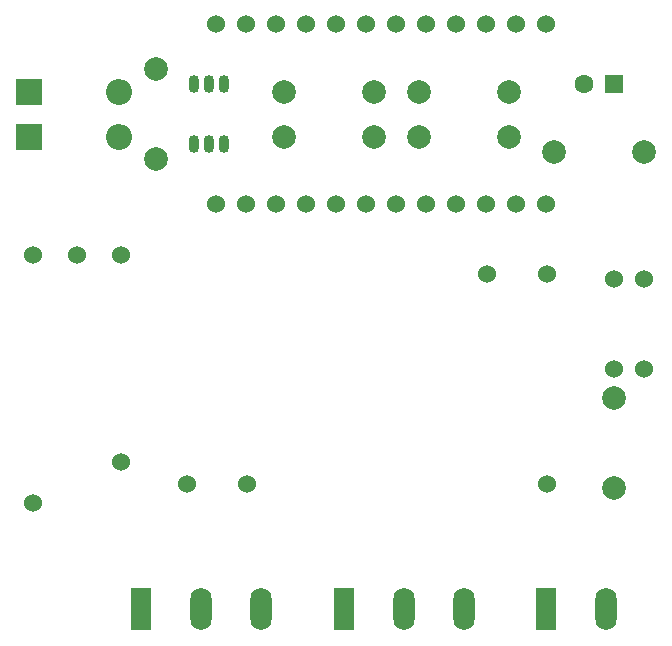
<source format=gtl>
G04 #@! TF.FileFunction,Copper,L1,Top,Signal*
%FSLAX46Y46*%
G04 Gerber Fmt 4.6, Leading zero omitted, Abs format (unit mm)*
G04 Created by KiCad (PCBNEW 4.0.6) date Thursday, 20 April 2017 'à' 13:37:36*
%MOMM*%
%LPD*%
G01*
G04 APERTURE LIST*
%ADD10C,0.100000*%
%ADD11C,1.524000*%
%ADD12R,1.800000X3.600000*%
%ADD13O,1.800000X3.600000*%
%ADD14R,2.200000X2.200000*%
%ADD15O,2.200000X2.200000*%
%ADD16R,1.600000X1.600000*%
%ADD17C,1.600000*%
%ADD18C,1.998980*%
%ADD19O,0.899160X1.501140*%
G04 APERTURE END LIST*
D10*
D11*
X128270000Y-186055000D03*
X125730000Y-186055000D03*
X128270000Y-193675000D03*
X125730000Y-193675000D03*
D12*
X120015000Y-213995000D03*
D13*
X125095000Y-213995000D03*
D12*
X102870000Y-213995000D03*
D13*
X107950000Y-213995000D03*
X113030000Y-213995000D03*
D12*
X85725000Y-213995000D03*
D13*
X90805000Y-213995000D03*
X95885000Y-213995000D03*
D11*
X120015000Y-164465000D03*
X117475000Y-164465000D03*
X114935000Y-164465000D03*
X112395000Y-164465000D03*
X109855000Y-164465000D03*
X107315000Y-164465000D03*
X104775000Y-164465000D03*
X102235000Y-164465000D03*
X99695000Y-164465000D03*
X97155000Y-164465000D03*
X94615000Y-164465000D03*
X92075000Y-164465000D03*
X120015000Y-179705000D03*
X117475000Y-179705000D03*
X114935000Y-179705000D03*
X112395000Y-179705000D03*
X109855000Y-179705000D03*
X107315000Y-179705000D03*
X104775000Y-179705000D03*
X102235000Y-179705000D03*
X99695000Y-179705000D03*
X97155000Y-179705000D03*
X94615000Y-179705000D03*
X92075000Y-179705000D03*
D14*
X76200000Y-173990000D03*
D15*
X83820000Y-173990000D03*
D11*
X89620000Y-203390000D03*
X94700000Y-203390000D03*
X120100000Y-203390000D03*
X120100000Y-185610000D03*
X115020000Y-185610000D03*
D16*
X125730000Y-169545000D03*
D17*
X123230000Y-169545000D03*
D14*
X76200000Y-170180000D03*
D15*
X83820000Y-170180000D03*
D18*
X86995000Y-175895000D03*
X86995000Y-168275000D03*
X116840000Y-170180000D03*
X109220000Y-170180000D03*
X116840000Y-173990000D03*
X109220000Y-173990000D03*
X97790000Y-170180000D03*
X105410000Y-170180000D03*
X97790000Y-173990000D03*
X105410000Y-173990000D03*
X125730000Y-203708000D03*
X125730000Y-196088000D03*
X120650000Y-175260000D03*
X128270000Y-175260000D03*
D11*
X76500000Y-205000000D03*
X84000000Y-201500000D03*
X76500000Y-184000000D03*
X80250000Y-184000000D03*
X84000000Y-184000000D03*
D19*
X91440000Y-174625000D03*
X92710000Y-174625000D03*
X90170000Y-174625000D03*
X91440000Y-169545000D03*
X92710000Y-169545000D03*
X90170000Y-169545000D03*
M02*

</source>
